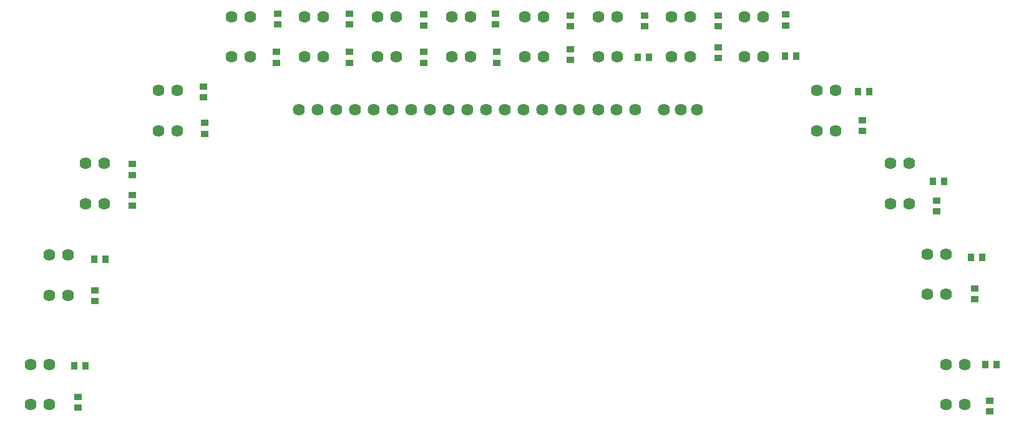
<source format=gts>
G04 Layer: TopSolderMaskLayer*
G04 EasyEDA v6.5.40, 2024-04-07 17:54:18*
G04 Gerber Generator version 0.2*
G04 Scale: 100 percent, Rotated: No, Reflected: No *
G04 Dimensions in millimeters *
G04 leading zeros omitted , absolute positions ,4 integer and 5 decimal *
%FSLAX45Y45*%
%MOMM*%

%AMMACRO1*1,1,$1,$2,$3*1,1,$1,$4,$5*1,1,$1,0-$2,0-$3*1,1,$1,0-$4,0-$5*20,1,$1,$2,$3,$4,$5,0*20,1,$1,$4,$5,0-$2,0-$3,0*20,1,$1,0-$2,0-$3,0-$4,0-$5,0*20,1,$1,0-$4,0-$5,$2,$3,0*4,1,4,$2,$3,$4,$5,0-$2,0-$3,0-$4,0-$5,$2,$3,0*%
%ADD10C,1.6240*%
%ADD11MACRO1,0.1016X-0.4032X-0.432X-0.4032X0.432*%
%ADD12MACRO1,0.1016X0.4032X-0.432X0.4032X0.432*%
%ADD13MACRO1,0.1016X-0.432X0.4032X0.432X0.4032*%
%ADD14MACRO1,0.1016X-0.432X-0.4032X0.432X-0.4032*%
%ADD15MACRO1,0.1016X0.4032X0.432X0.4032X-0.432*%
%ADD16MACRO1,0.1016X-0.4032X0.432X-0.4032X-0.432*%
%ADD17C,1.6256*%

%LPD*%
D10*
G01*
X15697169Y9444388D03*
G01*
X15951169Y9444388D03*
G01*
X15697169Y8894376D03*
G01*
X15951169Y8894376D03*
D11*
G01*
X12724524Y4699000D03*
D12*
G01*
X12573875Y4699000D03*
D13*
G01*
X12623800Y4128375D03*
D14*
G01*
X12623800Y4279024D03*
D11*
G01*
X12991224Y6146800D03*
D12*
G01*
X12840575Y6146800D03*
D13*
G01*
X12852400Y5576175D03*
D14*
G01*
X12852400Y5726824D03*
D13*
G01*
X13360400Y7290675D03*
D14*
G01*
X13360400Y7441324D03*
D13*
G01*
X13360400Y6871575D03*
D14*
G01*
X13360400Y7022224D03*
D13*
G01*
X14325600Y8344775D03*
D14*
G01*
X14325600Y8495424D03*
D13*
G01*
X14338300Y7849475D03*
D14*
G01*
X14338300Y8000124D03*
D13*
G01*
X15328900Y9335375D03*
D14*
G01*
X15328900Y9486024D03*
D13*
G01*
X15316200Y8814675D03*
D14*
G01*
X15316200Y8965324D03*
D13*
G01*
X16306800Y9335375D03*
D14*
G01*
X16306800Y9486024D03*
D13*
G01*
X16306800Y8814675D03*
D14*
G01*
X16306800Y8965324D03*
D13*
G01*
X17310100Y9322675D03*
D14*
G01*
X17310100Y9473324D03*
D13*
G01*
X17310100Y8814675D03*
D14*
G01*
X17310100Y8965324D03*
D13*
G01*
X18288000Y9335375D03*
D14*
G01*
X18288000Y9486024D03*
D13*
G01*
X18300700Y8814675D03*
D14*
G01*
X18300700Y8965324D03*
D13*
G01*
X19304000Y9309975D03*
D14*
G01*
X19304000Y9460624D03*
D13*
G01*
X19304000Y8852775D03*
D14*
G01*
X19304000Y9003424D03*
D13*
G01*
X20307300Y9309975D03*
D14*
G01*
X20307300Y9460624D03*
D15*
G01*
X20219275Y8890000D03*
D16*
G01*
X20369924Y8890000D03*
D13*
G01*
X21310600Y8878175D03*
D14*
G01*
X21310600Y9028824D03*
D13*
G01*
X21310600Y9309975D03*
D14*
G01*
X21310600Y9460624D03*
D15*
G01*
X22213175Y8902700D03*
D16*
G01*
X22363824Y8902700D03*
D13*
G01*
X22225000Y9322675D03*
D14*
G01*
X22225000Y9473324D03*
D13*
G01*
X23266400Y7887575D03*
D14*
G01*
X23266400Y8038224D03*
D11*
G01*
X23354424Y8420100D03*
D12*
G01*
X23203775Y8420100D03*
D13*
G01*
X24269700Y6795375D03*
D14*
G01*
X24269700Y6946024D03*
D11*
G01*
X24370424Y7200900D03*
D12*
G01*
X24219775Y7200900D03*
D13*
G01*
X24790400Y5601575D03*
D14*
G01*
X24790400Y5752224D03*
D11*
G01*
X24891124Y6172200D03*
D12*
G01*
X24740475Y6172200D03*
D11*
G01*
X25081624Y4711700D03*
D12*
G01*
X24930975Y4711700D03*
D13*
G01*
X24993600Y4077575D03*
D14*
G01*
X24993600Y4228224D03*
D10*
G01*
X11976100Y4720005D03*
G01*
X12230100Y4720005D03*
G01*
X11976100Y4169994D03*
G01*
X12230100Y4169994D03*
G01*
X12230100Y6205905D03*
G01*
X12484100Y6205905D03*
G01*
X12230100Y5655894D03*
G01*
X12484100Y5655894D03*
G01*
X12725400Y7450505D03*
G01*
X12979400Y7450505D03*
G01*
X12725400Y6900494D03*
G01*
X12979400Y6900494D03*
G01*
X13716000Y8441105D03*
G01*
X13970000Y8441105D03*
G01*
X13716000Y7891094D03*
G01*
X13970000Y7891094D03*
G01*
X14706600Y9444405D03*
G01*
X14960600Y9444405D03*
G01*
X14706600Y8894394D03*
G01*
X14960600Y8894394D03*
G01*
X16687800Y9444405D03*
G01*
X16941800Y9444405D03*
G01*
X16687800Y8894394D03*
G01*
X16941800Y8894394D03*
G01*
X17691100Y9444405D03*
G01*
X17945100Y9444405D03*
G01*
X17691100Y8894394D03*
G01*
X17945100Y8894394D03*
G01*
X18681700Y9444405D03*
G01*
X18935700Y9444405D03*
G01*
X18681700Y8894394D03*
G01*
X18935700Y8894394D03*
G01*
X19685000Y9444405D03*
G01*
X19939000Y9444405D03*
G01*
X19685000Y8894394D03*
G01*
X19939000Y8894394D03*
G01*
X20675600Y9444405D03*
G01*
X20929600Y9444405D03*
G01*
X20675600Y8894394D03*
G01*
X20929600Y8894394D03*
G01*
X21666200Y9444405D03*
G01*
X21920200Y9444405D03*
G01*
X21666200Y8894394D03*
G01*
X21920200Y8894394D03*
G01*
X22644100Y8441105D03*
G01*
X22898100Y8441105D03*
G01*
X22644100Y7891094D03*
G01*
X22898100Y7891094D03*
G01*
X23647400Y7450505D03*
G01*
X23901400Y7450505D03*
G01*
X23647400Y6900494D03*
G01*
X23901400Y6900494D03*
G01*
X24142700Y6218605D03*
G01*
X24396700Y6218605D03*
G01*
X24142700Y5668594D03*
G01*
X24396700Y5668594D03*
G01*
X24396700Y4720005D03*
G01*
X24650700Y4720005D03*
G01*
X24396700Y4169994D03*
G01*
X24650700Y4169994D03*
D17*
G01*
X15621000Y8178800D03*
G01*
X15875000Y8178800D03*
G01*
X16129000Y8178800D03*
G01*
X16383000Y8178800D03*
G01*
X16637000Y8178800D03*
G01*
X16891000Y8178800D03*
G01*
X17145000Y8178800D03*
G01*
X17399000Y8178800D03*
G01*
X17653000Y8178800D03*
G01*
X17907000Y8178800D03*
G01*
X18161000Y8178800D03*
G01*
X18415000Y8178800D03*
G01*
X18669000Y8178800D03*
G01*
X18923000Y8178800D03*
G01*
X19177000Y8178800D03*
G01*
X19418300Y8178800D03*
G01*
X19685000Y8178800D03*
G01*
X19926300Y8178800D03*
G01*
X20180300Y8178800D03*
G01*
X20574000Y8178800D03*
G01*
X20802600Y8178800D03*
G01*
X21018500Y8178800D03*
M02*

</source>
